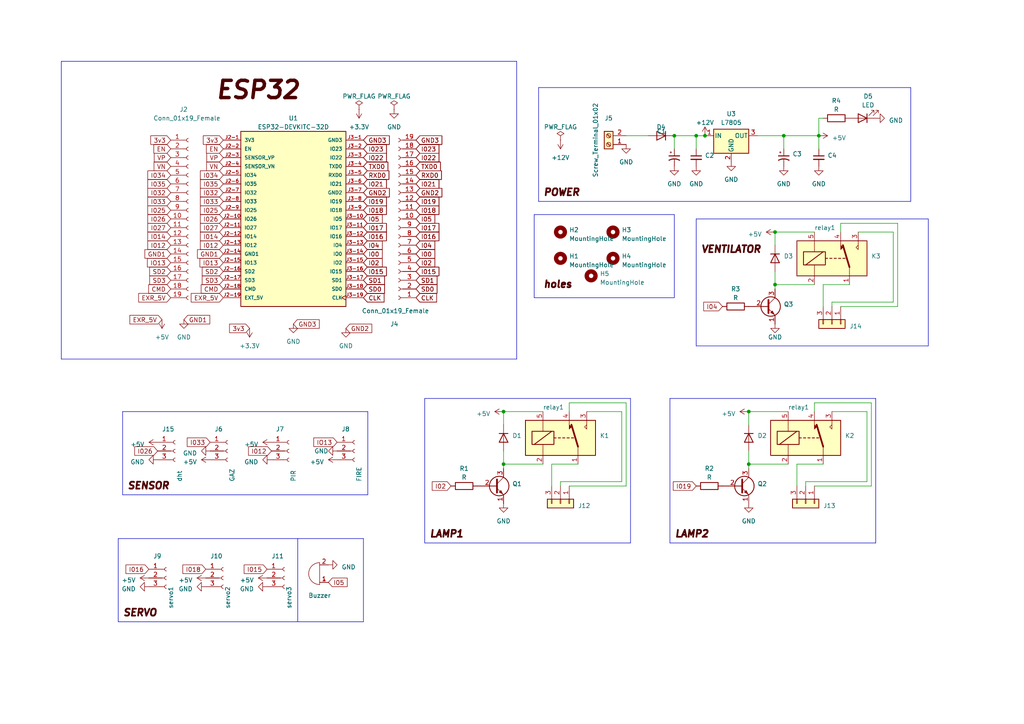
<source format=kicad_sch>
(kicad_sch (version 20221206) (generator eeschema)
  (paper "A4")
  (lib_symbols
    (symbol "Connector:Conn_01x03_Female" (pin_names (offset 1.016) hide)
      (property "Reference" "J" (at 0 5.08 0))
      (property "Value" "Conn_01x03_Female" (at 0 -5.08 0))
      (symbol "Conn_01x03_Female_1_1"
        (pin passive line (at -5.08 2.54 0) (length 3.81) (name "Pin_1") (number "1"))
        (pin passive line (at -5.08 0 0) (length 3.81) (name "Pin_2") (number "2"))
        (pin passive line (at -5.08 -2.54 0) (length 3.81) (name "Pin_3") (number "3"))
      )
    )
    (symbol "Connector:Conn_01x19_Female" (pin_names (offset 1.016) hide)
      (property "Reference" "J" (at 0 25.4 0))
      (property "Value" "Conn_01x19_Female" (at 0 -25.4 0))
      (symbol "Conn_01x19_Female_1_1"
        (pin passive line (at -5.08 22.86 0) (length 3.81) (name "Pin_1") (number "1"))
        (pin passive line (at -5.08 0 0) (length 3.81) (name "Pin_10") (number "10"))
        (pin passive line (at -5.08 -2.54 0) (length 3.81) (name "Pin_11") (number "11"))
        (pin passive line (at -5.08 -5.08 0) (length 3.81) (name "Pin_12") (number "12"))
        (pin passive line (at -5.08 -7.62 0) (length 3.81) (name "Pin_13") (number "13"))
        (pin passive line (at -5.08 -10.16 0) (length 3.81) (name "Pin_14") (number "14"))
        (pin passive line (at -5.08 -12.7 0) (length 3.81) (name "Pin_15") (number "15"))
        (pin passive line (at -5.08 -15.24 0) (length 3.81) (name "Pin_16") (number "16"))
        (pin passive line (at -5.08 -17.78 0) (length 3.81) (name "Pin_17") (number "17"))
        (pin passive line (at -5.08 -20.32 0) (length 3.81) (name "Pin_18") (number "18"))
        (pin passive line (at -5.08 -22.86 0) (length 3.81) (name "Pin_19") (number "19"))
        (pin passive line (at -5.08 20.32 0) (length 3.81) (name "Pin_2") (number "2"))
        (pin passive line (at -5.08 17.78 0) (length 3.81) (name "Pin_3") (number "3"))
        (pin passive line (at -5.08 15.24 0) (length 3.81) (name "Pin_4") (number "4"))
        (pin passive line (at -5.08 12.7 0) (length 3.81) (name "Pin_5") (number "5"))
        (pin passive line (at -5.08 10.16 0) (length 3.81) (name "Pin_6") (number "6"))
        (pin passive line (at -5.08 7.62 0) (length 3.81) (name "Pin_7") (number "7"))
        (pin passive line (at -5.08 5.08 0) (length 3.81) (name "Pin_8") (number "8"))
        (pin passive line (at -5.08 2.54 0) (length 3.81) (name "Pin_9") (number "9"))
      )
    )
    (symbol "Connector:Screw_Terminal_01x02" (pin_names (offset 1.016) hide)
      (property "Reference" "J" (at 0 2.54 0))
      (property "Value" "Screw_Terminal_01x02" (at 0 -5.08 0))
      (symbol "Screw_Terminal_01x02_1_1"
        (pin passive line (at -5.08 0 0) (length 3.81) (name "Pin_1") (number "1"))
        (pin passive line (at -5.08 -2.54 0) (length 3.81) (name "Pin_2") (number "2"))
      )
    )
    (symbol "Connector_Generic:Conn_01x03" (pin_names (offset 1.016) hide)
      (property "Reference" "J" (at 0 5.08 0))
      (property "Value" "Conn_01x03" (at 0 -5.08 0))
      (symbol "Conn_01x03_1_1"
        (pin passive line (at -5.08 2.54 0) (length 3.81) (name "Pin_1") (number "1"))
        (pin passive line (at -5.08 0 0) (length 3.81) (name "Pin_2") (number "2"))
        (pin passive line (at -5.08 -2.54 0) (length 3.81) (name "Pin_3") (number "3"))
      )
    )
    (symbol "Device:Buzzer" (pin_names (offset 0.0254) hide)
      (property "Reference" "BZ" (at 3.81 1.27 0))
      (property "Value" "Buzzer" (at 3.81 -1.27 0))
      (symbol "Buzzer_1_1"
        (pin passive line (at -2.54 2.54 0) (length 2.54) (name "-") (number "1"))
        (pin passive line (at -2.54 -2.54 0) (length 2.54) (name "+") (number "2"))
      )
    )
    (symbol "Device:C_Polarized_Small_US" (pin_numbers hide) (pin_names (offset 0.254) hide)
      (property "Reference" "C" (at 0.254 1.778 0))
      (property "Value" "C_Polarized_Small_US" (at 0.254 -2.032 0))
      (symbol "C_Polarized_Small_US_1_1"
        (pin passive line (at 0 2.54 270) (length 2.032) (name "~") (number "1"))
        (pin passive line (at 0 -2.54 90) (length 2.032) (name "~") (number "2"))
      )
    )
    (symbol "Device:C_Small" (pin_numbers hide) (pin_names (offset 0.254) hide)
      (property "Reference" "C" (at 0.254 1.778 0))
      (property "Value" "C_Small" (at 0.254 -2.032 0))
      (symbol "C_Small_1_1"
        (pin passive line (at 0 2.54 270) (length 2.032) (name "~") (number "1"))
        (pin passive line (at 0 -2.54 90) (length 2.032) (name "~") (number "2"))
      )
    )
    (symbol "Device:LED" (pin_numbers hide) (pin_names (offset 1.016) hide)
      (property "Reference" "D" (at 0 2.54 0))
      (property "Value" "LED" (at 0 -2.54 0))
      (symbol "LED_1_1"
        (pin passive line (at -3.81 0 0) (length 2.54) (name "K") (number "1"))
        (pin passive line (at 3.81 0 180) (length 2.54) (name "A") (number "2"))
      )
    )
    (symbol "Device:R" (pin_numbers hide) (pin_names (offset 0))
      (property "Reference" "R" (at 2.032 0 90))
      (property "Value" "R" (at 0 0 90))
      (symbol "R_1_1"
        (pin passive line (at 0 3.81 270) (length 1.27) (name "~") (number "1"))
        (pin passive line (at 0 -3.81 90) (length 1.27) (name "~") (number "2"))
      )
    )
    (symbol "Diode:1N4448" (pin_numbers hide) (pin_names hide)
      (property "Reference" "D" (at 0 2.54 0))
      (property "Value" "1N4448" (at 0 -2.54 0))
      (symbol "1N4448_1_1"
        (pin passive line (at -3.81 0 0) (length 2.54) (name "K") (number "1"))
        (pin passive line (at 3.81 0 180) (length 2.54) (name "A") (number "2"))
      )
    )
    (symbol "ESP32-DEVKITC-32D:ESP32-DEVKITC-32D" (pin_names (offset 1.016))
      (property "Reference" "U" (at -15.2572 26.0643 0))
      (property "Value" "ESP32-DEVKITC-32D" (at -15.2563 -27.9698 0))
      (symbol "ESP32-DEVKITC-32D_0_0"
        (pin power_in line (at -20.32 22.86 0) (length 5.08) (name "3V3") (number "J2-1"))
        (pin bidirectional line (at -20.32 0 0) (length 5.08) (name "IO26") (number "J2-10"))
        (pin bidirectional line (at -20.32 -2.54 0) (length 5.08) (name "IO27") (number "J2-11"))
        (pin bidirectional line (at -20.32 -5.08 0) (length 5.08) (name "IO14") (number "J2-12"))
        (pin bidirectional line (at -20.32 -7.62 0) (length 5.08) (name "IO12") (number "J2-13"))
        (pin power_in line (at -20.32 -10.16 0) (length 5.08) (name "GND1") (number "J2-14"))
        (pin bidirectional line (at -20.32 -12.7 0) (length 5.08) (name "IO13") (number "J2-15"))
        (pin bidirectional line (at -20.32 -15.24 0) (length 5.08) (name "SD2") (number "J2-16"))
        (pin bidirectional line (at -20.32 -17.78 0) (length 5.08) (name "SD3") (number "J2-17"))
        (pin bidirectional line (at -20.32 -20.32 0) (length 5.08) (name "CMD") (number "J2-18"))
        (pin power_in line (at -20.32 -22.86 0) (length 5.08) (name "EXT_5V") (number "J2-19"))
        (pin input line (at -20.32 20.32 0) (length 5.08) (name "EN") (number "J2-2"))
        (pin input line (at -20.32 17.78 0) (length 5.08) (name "SENSOR_VP") (number "J2-3"))
        (pin input line (at -20.32 15.24 0) (length 5.08) (name "SENSOR_VN") (number "J2-4"))
        (pin bidirectional line (at -20.32 12.7 0) (length 5.08) (name "IO34") (number "J2-5"))
        (pin bidirectional line (at -20.32 10.16 0) (length 5.08) (name "IO35") (number "J2-6"))
        (pin bidirectional line (at -20.32 7.62 0) (length 5.08) (name "IO32") (number "J2-7"))
        (pin bidirectional line (at -20.32 5.08 0) (length 5.08) (name "IO33") (number "J2-8"))
        (pin bidirectional line (at -20.32 2.54 0) (length 5.08) (name "IO25") (number "J2-9"))
        (pin power_in line (at 20.32 22.86 180) (length 5.08) (name "GND3") (number "J3-1"))
        (pin bidirectional line (at 20.32 0 180) (length 5.08) (name "IO5") (number "J3-10"))
        (pin bidirectional line (at 20.32 -2.54 180) (length 5.08) (name "IO17") (number "J3-11"))
        (pin bidirectional line (at 20.32 -5.08 180) (length 5.08) (name "IO16") (number "J3-12"))
        (pin bidirectional line (at 20.32 -7.62 180) (length 5.08) (name "IO4") (number "J3-13"))
        (pin bidirectional line (at 20.32 -10.16 180) (length 5.08) (name "IO0") (number "J3-14"))
        (pin bidirectional line (at 20.32 -12.7 180) (length 5.08) (name "IO2") (number "J3-15"))
        (pin bidirectional line (at 20.32 -15.24 180) (length 5.08) (name "IO15") (number "J3-16"))
        (pin bidirectional line (at 20.32 -17.78 180) (length 5.08) (name "SD1") (number "J3-17"))
        (pin bidirectional line (at 20.32 -20.32 180) (length 5.08) (name "SD0") (number "J3-18"))
        (pin input clock (at 20.32 -22.86 180) (length 5.08) (name "CLK") (number "J3-19"))
        (pin bidirectional line (at 20.32 20.32 180) (length 5.08) (name "IO23") (number "J3-2"))
        (pin bidirectional line (at 20.32 17.78 180) (length 5.08) (name "IO22") (number "J3-3"))
        (pin output line (at 20.32 15.24 180) (length 5.08) (name "TXD0") (number "J3-4"))
        (pin input line (at 20.32 12.7 180) (length 5.08) (name "RXD0") (number "J3-5"))
        (pin bidirectional line (at 20.32 10.16 180) (length 5.08) (name "IO21") (number "J3-6"))
        (pin power_in line (at 20.32 7.62 180) (length 5.08) (name "GND2") (number "J3-7"))
        (pin bidirectional line (at 20.32 5.08 180) (length 5.08) (name "IO19") (number "J3-8"))
        (pin bidirectional line (at 20.32 2.54 180) (length 5.08) (name "IO18") (number "J3-9"))
      )
    )
    (symbol "Mechanical:MountingHole" (pin_names (offset 1.016))
      (property "Reference" "H" (at 0 5.08 0))
      (property "Value" "MountingHole" (at 0 3.175 0))
    )
    (symbol "Regulator_Linear:L7805" (pin_names (offset 0.254))
      (property "Reference" "U" (at -3.81 3.175 0))
      (property "Value" "L7805" (at 0 3.175 0))
      (symbol "L7805_1_1"
        (pin power_in line (at -7.62 0 0) (length 2.54) (name "IN") (number "1"))
        (pin power_in line (at 0 -7.62 90) (length 2.54) (name "GND") (number "2"))
        (pin power_out line (at 7.62 0 180) (length 2.54) (name "OUT") (number "3"))
      )
    )
    (symbol "Relay:SANYOU_SRD_Form_C"
      (property "Reference" "K" (at 11.43 3.81 0))
      (property "Value" "SANYOU_SRD_Form_C" (at 11.43 1.27 0))
      (symbol "SANYOU_SRD_Form_C_1_1"
        (pin passive line (at 5.08 -7.62 90) (length 2.54) (name "~") (number "1"))
        (pin passive line (at -5.08 -7.62 90) (length 2.54) (name "~") (number "2"))
        (pin passive line (at 7.62 7.62 270) (length 2.54) (name "~") (number "3"))
        (pin passive line (at 2.54 7.62 270) (length 2.54) (name "~") (number "4"))
        (pin passive line (at -5.08 7.62 270) (length 2.54) (name "~") (number "5"))
      )
    )
    (symbol "Transistor_BJT:2N3904" (pin_names (offset 0) hide)
      (property "Reference" "Q" (at 5.08 1.905 0))
      (property "Value" "2N3904" (at 5.08 0 0))
      (symbol "2N3904_1_1"
        (pin passive line (at 2.54 -5.08 90) (length 2.54) (name "E") (number "1"))
        (pin passive line (at -5.08 0 0) (length 5.715) (name "B") (number "2"))
        (pin passive line (at 2.54 5.08 270) (length 2.54) (name "C") (number "3"))
      )
    )
    (symbol "power:+12V" (power) (pin_names (offset 0))
      (property "Value" "+12V" (at 0 3.556 0))
      (symbol "+12V_1_1"
        (pin power_in line (at 0 0 90) (length 0) hide (name "+12V") (number "1"))
      )
    )
    (symbol "power:+3.3V" (power) (pin_names (offset 0))
      (property "Value" "+3.3V" (at 0 3.556 0))
      (symbol "+3.3V_1_1"
        (pin power_in line (at 0 0 90) (length 0) hide (name "+3.3V") (number "1"))
      )
    )
    (symbol "power:+5V" (power) (pin_names (offset 0))
      (property "Value" "+5V" (at 0 3.556 0))
      (symbol "+5V_1_1"
        (pin power_in line (at 0 0 90) (length 0) hide (name "+5V") (number "1"))
      )
    )
    (symbol "power:GND" (power) (pin_names (offset 0))
      (property "Value" "GND" (at 0 -3.81 0))
      (symbol "GND_1_1"
        (pin power_in line (at 0 0 270) (length 0) hide (name "GND") (number "1"))
      )
    )
    (symbol "power:PWR_FLAG" (power) (pin_numbers hide) (pin_names (offset 0) hide)
      (property "Value" "PWR_FLAG" (at 0 3.81 0))
      (symbol "PWR_FLAG_0_0"
        (pin power_out line (at 0 0 90) (length 0) (name "pwr") (number "1"))
      )
    )
  )
  (junction (at 146.05 134.62))
  (junction (at 224.79 67.31))
  (junction (at 195.58 39.37))
  (junction (at 237.49 39.37))
  (junction (at 217.17 119.38))
  (junction (at 227.33 39.37))
  (junction (at 217.17 134.62))
  (junction (at 146.05 119.38))
  (junction (at 201.93 39.37))
  (junction (at 224.79 82.55))
  (junction (at 204.47 39.37))
  (wire (pts (xy 157.48 134.62) (xy 146.05 134.62)))
  (polyline (pts (xy 269.24 100.33) (xy 201.93 100.33)))
  (wire (pts (xy 227.33 43.18) (xy 227.33 39.37)))
  (wire (pts (xy 238.76 134.62) (xy 231.14 134.62)))
  (wire (pts (xy 248.92 67.31) (xy 259.08 67.31)))
  (wire (pts (xy 227.33 39.37) (xy 219.71 39.37)))
  (polyline (pts (xy 17.78 17.78) (xy 17.78 104.14)))
  (wire (pts (xy 181.61 39.37) (xy 187.96 39.37)))
  (wire (pts (xy 237.49 34.29) (xy 237.49 39.37)))
  (wire (pts (xy 238.76 34.29) (xy 237.49 34.29)))
  (polyline (pts (xy 264.16 25.4) (xy 264.16 58.42)))
  (wire (pts (xy 260.35 88.9) (xy 260.35 64.77)))
  (polyline (pts (xy 156.21 25.4) (xy 264.16 25.4)))
  (polyline (pts (xy 182.88 115.57) (xy 182.88 157.48)))
  (wire (pts (xy 236.22 116.84) (xy 236.22 119.38)))
  (polyline (pts (xy 35.56 119.38) (xy 106.68 119.38)))
  (wire (pts (xy 241.3 119.38) (xy 251.46 119.38)))
  (wire (pts (xy 181.61 140.97) (xy 181.61 116.84)))
  (polyline (pts (xy 86.36 156.21) (xy 86.36 180.34)))
  (wire (pts (xy 157.48 119.38) (xy 146.05 119.38)))
  (wire (pts (xy 252.73 140.97) (xy 252.73 116.84)))
  (wire (pts (xy 246.38 82.55) (xy 238.76 82.55)))
  (wire (pts (xy 224.79 67.31) (xy 224.79 71.12)))
  (wire (pts (xy 165.1 116.84) (xy 165.1 119.38)))
  (wire (pts (xy 228.6 119.38) (xy 217.17 119.38)))
  (polyline (pts (xy 195.58 62.23) (xy 195.58 86.36)))
  (polyline (pts (xy 254 115.57) (xy 254 157.48)))
  (wire (pts (xy 228.6 134.62) (xy 217.17 134.62)))
  (wire (pts (xy 252.73 116.84) (xy 236.22 116.84)))
  (polyline (pts (xy 195.58 86.36) (xy 154.94 86.36)))
  (wire (pts (xy 238.76 82.55) (xy 238.76 88.9)))
  (wire (pts (xy 170.18 119.38) (xy 180.34 119.38)))
  (wire (pts (xy 236.22 140.97) (xy 252.73 140.97)))
  (polyline (pts (xy 269.24 63.5) (xy 269.24 100.33)))
  (wire (pts (xy 146.05 134.62) (xy 146.05 135.89)))
  (wire (pts (xy 146.05 134.62) (xy 146.05 130.81)))
  (wire (pts (xy 237.49 39.37) (xy 227.33 39.37)))
  (wire (pts (xy 231.14 134.62) (xy 231.14 140.97)))
  (polyline (pts (xy 105.41 156.21) (xy 105.41 180.34)))
  (polyline (pts (xy 194.31 115.57) (xy 254 115.57)))
  (polyline (pts (xy 123.19 115.57) (xy 182.88 115.57)))
  (wire (pts (xy 241.3 87.63) (xy 241.3 88.9)))
  (wire (pts (xy 259.08 67.31) (xy 259.08 87.63)))
  (wire (pts (xy 201.93 39.37) (xy 201.93 43.18)))
  (wire (pts (xy 162.56 139.7) (xy 162.56 140.97)))
  (polyline (pts (xy 123.19 115.57) (xy 123.19 157.48)))
  (wire (pts (xy 146.05 119.38) (xy 146.05 123.19)))
  (polyline (pts (xy 106.68 119.38) (xy 106.68 143.51)))
  (wire (pts (xy 224.79 82.55) (xy 224.79 83.82)))
  (wire (pts (xy 243.84 64.77) (xy 243.84 67.31)))
  (polyline (pts (xy 156.21 58.42) (xy 156.21 25.4)))
  (wire (pts (xy 237.49 43.18) (xy 237.49 39.37)))
  (wire (pts (xy 181.61 116.84) (xy 165.1 116.84)))
  (polyline (pts (xy 254 157.48) (xy 194.31 157.48)))
  (wire (pts (xy 180.34 119.38) (xy 180.34 139.7)))
  (polyline (pts (xy 17.78 17.78) (xy 149.86 17.78)))
  (wire (pts (xy 180.34 139.7) (xy 162.56 139.7)))
  (polyline (pts (xy 106.68 143.51) (xy 35.56 143.51)))
  (wire (pts (xy 217.17 134.62) (xy 217.17 130.81)))
  (wire (pts (xy 160.02 134.62) (xy 160.02 140.97)))
  (polyline (pts (xy 182.88 157.48) (xy 123.19 157.48)))
  (wire (pts (xy 259.08 87.63) (xy 241.3 87.63)))
  (wire (pts (xy 165.1 140.97) (xy 181.61 140.97)))
  (polyline (pts (xy 194.31 115.57) (xy 194.31 157.48)))
  (polyline (pts (xy 34.29 156.21) (xy 105.41 156.21)))
  (polyline (pts (xy 201.93 63.5) (xy 201.93 100.33)))
  (wire (pts (xy 236.22 82.55) (xy 224.79 82.55)))
  (polyline (pts (xy 154.94 62.23) (xy 154.94 86.36)))
  (wire (pts (xy 260.35 64.77) (xy 243.84 64.77)))
  (wire (pts (xy 243.84 88.9) (xy 260.35 88.9)))
  (wire (pts (xy 217.17 119.38) (xy 217.17 123.19)))
  (polyline (pts (xy 154.94 62.23) (xy 195.58 62.23)))
  (polyline (pts (xy 201.93 63.5) (xy 269.24 63.5)))
  (wire (pts (xy 201.93 39.37) (xy 204.47 39.37)))
  (polyline (pts (xy 34.29 156.21) (xy 34.29 180.34)))
  (wire (pts (xy 167.64 134.62) (xy 160.02 134.62)))
  (wire (pts (xy 233.68 139.7) (xy 233.68 140.97)))
  (wire (pts (xy 251.46 139.7) (xy 233.68 139.7)))
  (wire (pts (xy 236.22 67.31) (xy 224.79 67.31)))
  (wire (pts (xy 195.58 39.37) (xy 195.58 43.18)))
  (polyline (pts (xy 149.86 17.78) (xy 149.86 104.14)))
  (wire (pts (xy 224.79 82.55) (xy 224.79 78.74)))
  (polyline (pts (xy 264.16 58.42) (xy 156.21 58.42)))
  (polyline (pts (xy 149.86 104.14) (xy 17.78 104.14)))
  (polyline (pts (xy 105.41 180.34) (xy 34.29 180.34)))
  (wire (pts (xy 251.46 119.38) (xy 251.46 139.7)))
  (wire (pts (xy 195.58 39.37) (xy 201.93 39.37)))
  (wire (pts (xy 217.17 134.62) (xy 217.17 135.89)))
  (polyline (pts (xy 35.56 119.38) (xy 35.56 143.51)))
  (text "SERVO" (at 35.56 179.07 0) (effects (font (size 2 2) (thickness 1) bold italic) (justify left bottom)))
  (text "LAMP2" (at 195.58 156.21 0) (effects (font (size 2 2) (thickness 1) bold italic) (justify left bottom)))
  (text "POWER" (at 157.48 57.15 0) (effects (font (size 2 2) (thickness 1) bold italic) (justify left bottom)))
  (text "VENTILATOR" (at 203.2 73.66 0) (effects (font (size 2 2) (thickness 1) bold italic) (justify left bottom)))
  (text "ESP32" (at 62.23 29.21 0) (effects (font (size 5 5) (thickness 1) bold italic) (justify left bottom)))
  (text "LAMP1" (at 124.46 156.21 0) (effects (font (size 2 2) (thickness 1) bold italic) (justify left bottom)))
  (text "holes" (at 157.48 83.82 0) (effects (font (size 2 2) (thickness 1) bold italic) (justify left bottom)))
  (text "SENSOR" (at 36.83 142.24 0) (effects (font (size 2 2) (thickness 1) bold italic) (justify left bottom)))
  (global_label "GND2" (shape input) (at 105.41 55.88 0) (property "Intersheetrefs" "${INTERSHEET_REFS}" (effects hide)))
  (global_label "I04" (shape input) (at 105.41 71.12 0) (property "Intersheetrefs" "${INTERSHEET_REFS}" (effects hide)))
  (global_label "IO13" (shape input) (at 49.53 76.2 180) (property "Intersheetrefs" "${INTERSHEET_REFS}" (effects hide)))
  (global_label "RXD0" (shape input) (at 105.41 50.8 0) (property "Intersheetrefs" "${INTERSHEET_REFS}" (effects hide)))
  (global_label "3v3" (shape input) (at 49.53 40.64 180) (property "Intersheetrefs" "${INTERSHEET_REFS}" (effects hide)))
  (global_label "I017" (shape input) (at 105.41 66.04 0) (property "Intersheetrefs" "${INTERSHEET_REFS}" (effects hide)))
  (global_label "SD2" (shape input) (at 64.77 78.74 180) (property "Intersheetrefs" "${INTERSHEET_REFS}" (effects hide)))
  (global_label "TXD0" (shape input) (at 120.65 48.26 0) (property "Intersheetrefs" "${INTERSHEET_REFS}" (effects hide)))
  (global_label "I034" (shape input) (at 49.53 50.8 180) (property "Intersheetrefs" "${INTERSHEET_REFS}" (effects hide)))
  (global_label "I018" (shape input) (at 59.69 165.1 180) (property "Intersheetrefs" "${INTERSHEET_REFS}" (effects hide)))
  (global_label "I019" (shape input) (at 201.93 140.97 180) (property "Intersheetrefs" "${INTERSHEET_REFS}" (effects hide)))
  (global_label "CMD" (shape input) (at 49.53 83.82 180) (property "Intersheetrefs" "${INTERSHEET_REFS}" (effects hide)))
  (global_label "I021" (shape input) (at 105.41 53.34 0) (property "Intersheetrefs" "${INTERSHEET_REFS}" (effects hide)))
  (global_label "I014" (shape input) (at 64.77 68.58 180) (property "Intersheetrefs" "${INTERSHEET_REFS}" (effects hide)))
  (global_label "I05" (shape input) (at 120.65 63.5 0) (property "Intersheetrefs" "${INTERSHEET_REFS}" (effects hide)))
  (global_label "RXD0" (shape input) (at 120.65 50.8 0) (property "Intersheetrefs" "${INTERSHEET_REFS}" (effects hide)))
  (global_label "I021" (shape input) (at 120.65 53.34 0) (property "Intersheetrefs" "${INTERSHEET_REFS}" (effects hide)))
  (global_label "GND3" (shape input) (at 105.41 40.64 0) (property "Intersheetrefs" "${INTERSHEET_REFS}" (effects hide)))
  (global_label "I012" (shape input) (at 78.74 130.81 180) (property "Intersheetrefs" "${INTERSHEET_REFS}" (effects hide)))
  (global_label "CLK" (shape input) (at 105.41 86.36 0) (property "Intersheetrefs" "${INTERSHEET_REFS}" (effects hide)))
  (global_label "I018" (shape input) (at 105.41 60.96 0) (property "Intersheetrefs" "${INTERSHEET_REFS}" (effects hide)))
  (global_label "RXD0" (shape input) (at 105.41 50.8 0) (property "Intersheetrefs" "${INTERSHEET_REFS}" (effects hide)))
  (global_label "I02" (shape input) (at 130.81 140.97 180) (property "Intersheetrefs" "${INTERSHEET_REFS}" (effects hide)))
  (global_label "I023" (shape input) (at 105.41 43.18 0) (property "Intersheetrefs" "${INTERSHEET_REFS}" (effects hide)))
  (global_label "TXD0" (shape input) (at 105.41 48.26 0) (property "Intersheetrefs" "${INTERSHEET_REFS}" (effects hide)))
  (global_label "I015" (shape input) (at 120.65 78.74 0) (property "Intersheetrefs" "${INTERSHEET_REFS}" (effects hide)))
  (global_label "TXD0" (shape input) (at 120.65 48.26 0) (property "Intersheetrefs" "${INTERSHEET_REFS}" (effects hide)))
  (global_label "I021" (shape input) (at 120.65 53.34 0) (property "Intersheetrefs" "${INTERSHEET_REFS}" (effects hide)))
  (global_label "I032" (shape input) (at 49.53 55.88 180) (property "Intersheetrefs" "${INTERSHEET_REFS}" (effects hide)))
  (global_label "I016" (shape input) (at 43.18 165.1 180) (property "Intersheetrefs" "${INTERSHEET_REFS}" (effects hide)))
  (global_label "I021" (shape input) (at 105.41 53.34 0) (property "Intersheetrefs" "${INTERSHEET_REFS}" (effects hide)))
  (global_label "SD1" (shape input) (at 120.65 81.28 0) (property "Intersheetrefs" "${INTERSHEET_REFS}" (effects hide)))
  (global_label "I025" (shape input) (at 49.53 60.96 180) (property "Intersheetrefs" "${INTERSHEET_REFS}" (effects hide)))
  (global_label "VP" (shape input) (at 64.77 45.72 180) (property "Intersheetrefs" "${INTERSHEET_REFS}" (effects hide)))
  (global_label "SD2" (shape input) (at 49.53 78.74 180) (property "Intersheetrefs" "${INTERSHEET_REFS}" (effects hide)))
  (global_label "VP" (shape input) (at 49.53 45.72 180) (property "Intersheetrefs" "${INTERSHEET_REFS}" (effects hide)))
  (global_label "RXD0" (shape input) (at 120.65 50.8 0) (property "Intersheetrefs" "${INTERSHEET_REFS}" (effects hide)))
  (global_label "I014" (shape input) (at 49.53 68.58 180) (property "Intersheetrefs" "${INTERSHEET_REFS}" (effects hide)))
  (global_label "I018" (shape input) (at 120.65 60.96 0) (property "Intersheetrefs" "${INTERSHEET_REFS}" (effects hide)))
  (global_label "I027" (shape input) (at 64.77 66.04 180) (property "Intersheetrefs" "${INTERSHEET_REFS}" (effects hide)))
  (global_label "I05" (shape input) (at 105.41 63.5 0) (property "Intersheetrefs" "${INTERSHEET_REFS}" (effects hide)))
  (global_label "CLK" (shape input) (at 120.65 86.36 0) (property "Intersheetrefs" "${INTERSHEET_REFS}" (effects hide)))
  (global_label "I034" (shape input) (at 64.77 50.8 180) (property "Intersheetrefs" "${INTERSHEET_REFS}" (effects hide)))
  (global_label "I033" (shape input) (at 60.96 128.27 180) (property "Intersheetrefs" "${INTERSHEET_REFS}" (effects hide)))
  (global_label "EXR_5V" (shape input) (at 64.77 86.36 180) (property "Intersheetrefs" "${INTERSHEET_REFS}" (effects hide)))
  (global_label "SD1" (shape input) (at 105.41 81.28 0) (property "Intersheetrefs" "${INTERSHEET_REFS}" (effects hide)))
  (global_label "SD0" (shape input) (at 120.65 83.82 0) (property "Intersheetrefs" "${INTERSHEET_REFS}" (effects hide)))
  (global_label "I033" (shape input) (at 64.77 58.42 180) (property "Intersheetrefs" "${INTERSHEET_REFS}" (effects hide)))
  (global_label "CLK" (shape input) (at 120.65 86.36 0) (property "Intersheetrefs" "${INTERSHEET_REFS}" (effects hide)))
  (global_label "I00" (shape input) (at 105.41 73.66 0) (property "Intersheetrefs" "${INTERSHEET_REFS}" (effects hide)))
  (global_label "I04" (shape input) (at 209.55 88.9 180) (property "Intersheetrefs" "${INTERSHEET_REFS}" (effects hide)))
  (global_label "IO13" (shape input) (at 64.77 76.2 180) (property "Intersheetrefs" "${INTERSHEET_REFS}" (effects hide)))
  (global_label "I022" (shape input) (at 120.65 45.72 0) (property "Intersheetrefs" "${INTERSHEET_REFS}" (effects hide)))
  (global_label "GND2" (shape input) (at 100.33 95.25 0) (property "Intersheetrefs" "${INTERSHEET_REFS}" (effects hide)))
  (global_label "GND1" (shape input) (at 64.77 73.66 180) (property "Intersheetrefs" "${INTERSHEET_REFS}" (effects hide)))
  (global_label "I015" (shape input) (at 105.41 78.74 0) (property "Intersheetrefs" "${INTERSHEET_REFS}" (effects hide)))
  (global_label "I00" (shape input) (at 120.65 73.66 0) (property "Intersheetrefs" "${INTERSHEET_REFS}" (effects hide)))
  (global_label "EN" (shape input) (at 49.53 43.18 180) (property "Intersheetrefs" "${INTERSHEET_REFS}" (effects hide)))
  (global_label "GND3" (shape input) (at 85.09 93.98 0) (property "Intersheetrefs" "${INTERSHEET_REFS}" (effects hide)))
  (global_label "I018" (shape input) (at 120.65 60.96 0) (property "Intersheetrefs" "${INTERSHEET_REFS}" (effects hide)))
  (global_label "3v3" (shape input) (at 72.39 95.25 180) (property "Intersheetrefs" "${INTERSHEET_REFS}" (effects hide)))
  (global_label "I015" (shape input) (at 120.65 78.74 0) (property "Intersheetrefs" "${INTERSHEET_REFS}" (effects hide)))
  (global_label "I026" (shape input) (at 49.53 63.5 180) (property "Intersheetrefs" "${INTERSHEET_REFS}" (effects hide)))
  (global_label "I012" (shape input) (at 64.77 71.12 180) (property "Intersheetrefs" "${INTERSHEET_REFS}" (effects hide)))
  (global_label "I05" (shape input) (at 95.25 168.91 0) (property "Intersheetrefs" "${INTERSHEET_REFS}" (effects hide)))
  (global_label "VN" (shape input) (at 49.53 48.26 180) (property "Intersheetrefs" "${INTERSHEET_REFS}" (effects hide)))
  (global_label "EXR_5V" (shape input) (at 46.99 92.71 180) (property "Intersheetrefs" "${INTERSHEET_REFS}" (effects hide)))
  (global_label "I025" (shape input) (at 64.77 60.96 180) (property "Intersheetrefs" "${INTERSHEET_REFS}" (effects hide)))
  (global_label "I04" (shape input) (at 120.65 71.12 0) (property "Intersheetrefs" "${INTERSHEET_REFS}" (effects hide)))
  (global_label "I016" (shape input) (at 120.65 68.58 0) (property "Intersheetrefs" "${INTERSHEET_REFS}" (effects hide)))
  (global_label "I00" (shape input) (at 105.41 73.66 0) (property "Intersheetrefs" "${INTERSHEET_REFS}" (effects hide)))
  (global_label "I015" (shape input) (at 105.41 78.74 0) (property "Intersheetrefs" "${INTERSHEET_REFS}" (effects hide)))
  (global_label "SD1" (shape input) (at 105.41 81.28 0) (property "Intersheetrefs" "${INTERSHEET_REFS}" (effects hide)))
  (global_label "I04" (shape input) (at 105.41 71.12 0) (property "Intersheetrefs" "${INTERSHEET_REFS}" (effects hide)))
  (global_label "I022" (shape input) (at 105.41 45.72 0) (property "Intersheetrefs" "${INTERSHEET_REFS}" (effects hide)))
  (global_label "SD1" (shape input) (at 120.65 81.28 0) (property "Intersheetrefs" "${INTERSHEET_REFS}" (effects hide)))
  (global_label "I035" (shape input) (at 49.53 53.34 180) (property "Intersheetrefs" "${INTERSHEET_REFS}" (effects hide)))
  (global_label "I05" (shape input) (at 105.41 63.5 0) (property "Intersheetrefs" "${INTERSHEET_REFS}" (effects hide)))
  (global_label "I00" (shape input) (at 120.65 73.66 0) (property "Intersheetrefs" "${INTERSHEET_REFS}" (effects hide)))
  (global_label "GND3" (shape input) (at 105.41 40.64 0) (property "Intersheetrefs" "${INTERSHEET_REFS}" (effects hide)))
  (global_label "I02" (shape input) (at 120.65 76.2 0) (property "Intersheetrefs" "${INTERSHEET_REFS}" (effects hide)))
  (global_label "GND3" (shape input) (at 120.65 40.64 0) (property "Intersheetrefs" "${INTERSHEET_REFS}" (effects hide)))
  (global_label "I04" (shape input) (at 120.65 71.12 0) (property "Intersheetrefs" "${INTERSHEET_REFS}" (effects hide)))
  (global_label "TXD0" (shape input) (at 105.41 48.26 0) (property "Intersheetrefs" "${INTERSHEET_REFS}" (effects hide)))
  (global_label "GND2" (shape input) (at 105.41 55.88 0) (property "Intersheetrefs" "${INTERSHEET_REFS}" (effects hide)))
  (global_label "EN" (shape input) (at 64.77 43.18 180) (property "Intersheetrefs" "${INTERSHEET_REFS}" (effects hide)))
  (global_label "I027" (shape input) (at 49.53 66.04 180) (property "Intersheetrefs" "${INTERSHEET_REFS}" (effects hide)))
  (global_label "I018" (shape input) (at 105.41 60.96 0) (property "Intersheetrefs" "${INTERSHEET_REFS}" (effects hide)))
  (global_label "I02" (shape input) (at 120.65 76.2 0) (property "Intersheetrefs" "${INTERSHEET_REFS}" (effects hide)))
  (global_label "EXR_5V" (shape input) (at 49.53 86.36 180) (property "Intersheetrefs" "${INTERSHEET_REFS}" (effects hide)))
  (global_label "I017" (shape input) (at 105.41 66.04 0) (property "Intersheetrefs" "${INTERSHEET_REFS}" (effects hide)))
  (global_label "SD3" (shape input) (at 49.53 81.28 180) (property "Intersheetrefs" "${INTERSHEET_REFS}" (effects hide)))
  (global_label "I022" (shape input) (at 120.65 45.72 0) (property "Intersheetrefs" "${INTERSHEET_REFS}" (effects hide)))
  (global_label "I012" (shape input) (at 49.53 71.12 180) (property "Intersheetrefs" "${INTERSHEET_REFS}" (effects hide)))
  (global_label "CLK" (shape input) (at 105.41 86.36 0) (property "Intersheetrefs" "${INTERSHEET_REFS}" (effects hide)))
  (global_label "I026" (shape input) (at 45.72 130.81 180) (property "Intersheetrefs" "${INTERSHEET_REFS}" (effects hide)))
  (global_label "SD0" (shape input) (at 105.41 83.82 0) (property "Intersheetrefs" "${INTERSHEET_REFS}" (effects hide)))
  (global_label "I032" (shape input) (at 64.77 55.88 180) (property "Intersheetrefs" "${INTERSHEET_REFS}" (effects hide)))
  (global_label "I035" (shape input) (at 64.77 53.34 180) (property "Intersheetrefs" "${INTERSHEET_REFS}" (effects hide)))
  (global_label "SD0" (shape input) (at 105.41 83.82 0) (property "Intersheetrefs" "${INTERSHEET_REFS}" (effects hide)))
  (global_label "GND2" (shape input) (at 120.65 55.88 0) (property "Intersheetrefs" "${INTERSHEET_REFS}" (effects hide)))
  (global_label "I022" (shape input) (at 105.41 45.72 0) (property "Intersheetrefs" "${INTERSHEET_REFS}" (effects hide)))
  (global_label "I016" (shape input) (at 120.65 68.58 0) (property "Intersheetrefs" "${INTERSHEET_REFS}" (effects hide)))
  (global_label "GND1" (shape input) (at 49.53 73.66 180) (property "Intersheetrefs" "${INTERSHEET_REFS}" (effects hide)))
  (global_label "SD3" (shape input) (at 64.77 81.28 180) (property "Intersheetrefs" "${INTERSHEET_REFS}" (effects hide)))
  (global_label "I016" (shape input) (at 105.41 68.58 0) (property "Intersheetrefs" "${INTERSHEET_REFS}" (effects hide)))
  (global_label "CMD" (shape input) (at 64.77 83.82 180) (property "Intersheetrefs" "${INTERSHEET_REFS}" (effects hide)))
  (global_label "I023" (shape input) (at 105.41 43.18 0) (property "Intersheetrefs" "${INTERSHEET_REFS}" (effects hide)))
  (global_label "I015" (shape input) (at 77.47 165.1 180) (property "Intersheetrefs" "${INTERSHEET_REFS}" (effects hide)))
  (global_label "I016" (shape input) (at 105.41 68.58 0) (property "Intersheetrefs" "${INTERSHEET_REFS}" (effects hide)))
  (global_label "I019" (shape input) (at 120.65 58.42 0) (property "Intersheetrefs" "${INTERSHEET_REFS}" (effects hide)))
  (global_label "SD0" (shape input) (at 120.65 83.82 0) (property "Intersheetrefs" "${INTERSHEET_REFS}" (effects hide)))
  (global_label "I019" (shape input) (at 120.65 58.42 0) (property "Intersheetrefs" "${INTERSHEET_REFS}" (effects hide)))
  (global_label "I019" (shape input) (at 105.41 58.42 0) (property "Intersheetrefs" "${INTERSHEET_REFS}" (effects hide)))
  (global_label "I017" (shape input) (at 120.65 66.04 0) (property "Intersheetrefs" "${INTERSHEET_REFS}" (effects hide)))
  (global_label "GND2" (shape input) (at 120.65 55.88 0) (property "Intersheetrefs" "${INTERSHEET_REFS}" (effects hide)))
  (global_label "I02" (shape input) (at 105.41 76.2 0) (property "Intersheetrefs" "${INTERSHEET_REFS}" (effects hide)))
  (global_label "IO13" (shape input) (at 97.79 128.27 180) (property "Intersheetrefs" "${INTERSHEET_REFS}" (effects hide)))
  (global_label "GND1" (shape input) (at 53.34 92.71 0) (property "Intersheetrefs" "${INTERSHEET_REFS}" (effects hide)))
  (global_label "I019" (shape input) (at 105.41 58.42 0) (property "Intersheetrefs" "${INTERSHEET_REFS}" (effects hide)))
  (global_label "I033" (shape input) (at 49.53 58.42 180) (property "Intersheetrefs" "${INTERSHEET_REFS}" (effects hide)))
  (global_label "I023" (shape input) (at 120.65 43.18 0) (property "Intersheetrefs" "${INTERSHEET_REFS}" (effects hide)))
  (global_label "VN" (shape input) (at 64.77 48.26 180) (property "Intersheetrefs" "${INTERSHEET_REFS}" (effects hide)))
  (global_label "3v3" (shape input) (at 64.77 40.64 180) (property "Intersheetrefs" "${INTERSHEET_REFS}" (effects hide)))
  (global_label "I026" (shape input) (at 64.77 63.5 180) (property "Intersheetrefs" "${INTERSHEET_REFS}" (effects hide)))
  (global_label "I023" (shape input) (at 120.65 43.18 0) (property "Intersheetrefs" "${INTERSHEET_REFS}" (effects hide)))
  (global_label "I017" (shape input) (at 120.65 66.04 0) (property "Intersheetrefs" "${INTERSHEET_REFS}" (effects hide)))
  (global_label "GND3" (shape input) (at 120.65 40.64 0) (property "Intersheetrefs" "${INTERSHEET_REFS}" (effects hide)))
  (global_label "I05" (shape input) (at 120.65 63.5 0) (property "Intersheetrefs" "${INTERSHEET_REFS}" (effects hide)))
  (global_label "I02" (shape input) (at 105.41 76.2 0) (property "Intersheetrefs" "${INTERSHEET_REFS}" (effects hide)))
  (symbol (lib_id "Device:R") (at 213.36 88.9 90) (unit 1)
    (property "Reference" "R3" (at 213.36 83.82 90))
    (property "Value" "R" (at 213.36 86.36 90))
    (property "Footprint" "Resistor_THT:R_Axial_DIN0207_L6.3mm_D2.5mm_P7.62mm_Horizontal" (effects hide))
  )
  (symbol (lib_id "power:GND") (at 254 34.29 90) (unit 1)
    (property "Reference" "#PWR0134" (effects hide))
    (property "Value" "GND" (at 257.81 34.925 90) (effects (justify right)))
  )
  (symbol (lib_id "power:PWR_FLAG") (at 114.3 31.75 0) (unit 1)
    (property "Reference" "#FLG0102" (effects hide))
    (property "Value" "PWR_FLAG" (at 114.3 27.94 0))
  )
  (symbol (lib_id "power:+5V") (at 77.47 167.64 90) (unit 1)
    (property "Reference" "#PWR0124" (effects hide))
    (property "Value" "+5V" (at 73.66 168.275 90) (effects (justify left)))
  )
  (symbol (lib_id "Device:C_Polarized_Small_US") (at 227.33 45.72 0) (unit 1)
    (property "Reference" "C3" (at 229.87 44.6532 0) (effects (justify left)))
    (property "Value" "C_Polarized_Small_US" (effects hide))
    (property "Footprint" "Capacitor_THT:CP_Radial_D8.0mm_P3.50mm" (effects hide))
  )
  (symbol (lib_id "power:GND") (at 45.72 133.35 270) (unit 1)
    (property "Reference" "#PWR0117" (effects hide))
    (property "Value" "GND" (at 41.91 133.985 90) (effects (justify right)))
  )
  (symbol (lib_id "Connector:Conn_01x03_Female") (at 66.04 130.81 0) (unit 1)
    (property "Reference" "J6" (at 62.23 124.46 0) (effects (justify left)))
    (property "Value" "GAZ" (at 67.31 139.7 90) (effects (justify left)))
    (property "Footprint" "Connector_PinSocket_2.54mm:PinSocket_1x03_P2.54mm_Vertical" (effects hide))
  )
  (symbol (lib_id "Device:C_Small") (at 201.93 45.72 0) (unit 1)
    (property "Reference" "C2" (at 204.47 45.0913 0) (effects (justify left)))
    (property "Value" "C_Small" (effects hide))
    (property "Footprint" "Capacitor_THT:C_Disc_D4.7mm_W2.5mm_P5.00mm" (effects hide))
  )
  (symbol (lib_id "power:+5V") (at 217.17 119.38 90) (unit 1)
    (property "Reference" "#PWR0128" (effects hide))
    (property "Value" "+5V" (at 213.36 120.015 90) (effects (justify left)))
  )
  (symbol (lib_id "power:+5V") (at 60.96 133.35 90) (unit 1)
    (property "Reference" "#PWR0113" (effects hide))
    (property "Value" "+5V" (at 57.15 133.985 90) (effects (justify left)))
  )
  (symbol (lib_id "Mechanical:MountingHole") (at 162.56 67.31 0) (unit 1)
    (property "Reference" "H2" (at 165.1 66.675 0) (effects (justify left)))
    (property "Value" "MountingHole" (at 165.1 69.215 0) (effects (justify left)))
    (property "Footprint" "MountingHole:MountingHole_2.5mm_Pad_TopBottom" (effects hide))
  )
  (symbol (lib_id "power:+3.3V") (at 104.14 31.75 180) (unit 1)
    (property "Reference" "#PWR0106" (effects hide))
    (property "Value" "+3.3V" (at 104.14 36.83 0))
  )
  (symbol (lib_id "Connector_Generic:Conn_01x03") (at 241.3 93.98 270) (unit 1)
    (property "Reference" "J14" (at 246.38 94.615 90) (effects (justify left)))
    (property "Value" "Conn_01x03" (effects hide))
    (property "Footprint" "TerminalBlock_Phoenix:TerminalBlock_Phoenix_MKDS-1,5-3-5.08_1x03_P5.08mm_Horizontal" (effects hide))
  )
  (symbol (lib_id "power:GND") (at 201.93 48.26 0) (unit 1)
    (property "Reference" "#PWR0132" (effects hide))
    (property "Value" "GND" (at 201.93 53.34 0))
  )
  (symbol (lib_id "Diode:1N4448") (at 217.17 127 270) (unit 1)
    (property "Reference" "D2" (at 219.71 126.365 90) (effects (justify left)))
    (property "Value" "1N4448" (effects hide))
    (property "Footprint" "Diode_THT:D_DO-35_SOD27_P7.62mm_Horizontal" (effects hide))
    (property "Datasheet" "https://assets.nexperia.com/documents/data-sheet/1N4148_1N4448.pdf" (effects hide))
  )
  (symbol (lib_id "power:GND") (at 85.09 93.98 0) (unit 1)
    (property "Reference" "#PWR0103" (effects hide))
    (property "Value" "GND" (at 85.09 99.06 0))
  )
  (symbol (lib_id "power:GND") (at 237.49 48.26 0) (unit 1)
    (property "Reference" "#PWR0137" (effects hide))
    (property "Value" "GND" (at 237.49 53.34 0))
  )
  (symbol (lib_id "Device:R") (at 205.74 140.97 90) (unit 1)
    (property "Reference" "R2" (at 205.74 135.89 90))
    (property "Value" "R" (at 205.74 138.43 90))
    (property "Footprint" "Resistor_THT:R_Axial_DIN0207_L6.3mm_D2.5mm_P7.62mm_Horizontal" (effects hide))
  )
  (symbol (lib_id "Device:R") (at 134.62 140.97 90) (unit 1)
    (property "Reference" "R1" (at 134.62 135.89 90))
    (property "Value" "R" (at 134.62 138.43 90))
    (property "Footprint" "Resistor_THT:R_Axial_DIN0207_L6.3mm_D2.5mm_P7.62mm_Horizontal" (effects hide))
  )
  (symbol (lib_id "Device:LED") (at 250.19 34.29 180) (unit 1)
    (property "Reference" "D5" (at 251.7775 27.94 0))
    (property "Value" "LED" (at 251.7775 30.48 0))
    (property "Footprint" "LED_THT:LED_D4.0mm" (effects hide))
  )
  (symbol (lib_id "Mechanical:MountingHole") (at 177.8 67.31 0) (unit 1)
    (property "Reference" "H3" (at 180.34 66.675 0) (effects (justify left)))
    (property "Value" "MountingHole" (at 180.34 69.215 0) (effects (justify left)))
    (property "Footprint" "MountingHole:MountingHole_2.5mm_Pad_TopBottom" (effects hide))
  )
  (symbol (lib_id "Device:C_Small") (at 237.49 45.72 0) (unit 1)
    (property "Reference" "C4" (at 240.03 45.0913 0) (effects (justify left)))
    (property "Value" "C_Small" (effects hide))
    (property "Footprint" "Capacitor_THT:C_Disc_D4.7mm_W2.5mm_P5.00mm" (effects hide))
  )
  (symbol (lib_id "power:GND") (at 146.05 146.05 0) (unit 1)
    (property "Reference" "#PWR0126" (effects hide))
    (property "Value" "GND" (at 146.05 151.13 0))
  )
  (symbol (lib_id "Relay:SANYOU_SRD_Form_C") (at 162.56 127 0) (unit 1)
    (property "Reference" "K1" (at 173.99 126.365 0) (effects (justify left)))
    (property "Value" "relay1" (at 157.48 118.11 0) (effects (justify left)))
    (property "Footprint" "Relay_THT:Relay_SPDT_SANYOU_SRD_Series_Form_C" (effects hide))
    (property "Datasheet" "http://www.sanyourelay.ca/public/products/pdf/SRD.pdf" (effects hide))
  )
  (symbol (lib_id "Relay:SANYOU_SRD_Form_C") (at 233.68 127 0) (unit 1)
    (property "Reference" "K2" (at 245.11 126.365 0) (effects (justify left)))
    (property "Value" "relay1" (at 228.6 118.11 0) (effects (justify left)))
    (property "Footprint" "Relay_THT:Relay_SPDT_SANYOU_SRD_Series_Form_C" (effects hide))
    (property "Datasheet" "http://www.sanyourelay.ca/public/products/pdf/SRD.pdf" (effects hide))
  )
  (symbol (lib_id "power:GND") (at 227.33 48.26 0) (unit 1)
    (property "Reference" "#PWR0138" (effects hide))
    (property "Value" "GND" (at 227.33 53.34 0))
  )
  (symbol (lib_id "Connector:Conn_01x03_Female") (at 102.87 130.81 0) (unit 1)
    (property "Reference" "J8" (at 99.06 124.46 0) (effects (justify left)))
    (property "Value" "FIRE" (at 104.14 139.7 90) (effects (justify left)))
    (property "Footprint" "Connector_PinSocket_2.54mm:PinSocket_1x03_P2.54mm_Vertical" (effects hide))
  )
  (symbol (lib_id "power:+5V") (at 224.79 67.31 90) (unit 1)
    (property "Reference" "#PWR0110" (effects hide))
    (property "Value" "+5V" (at 220.98 67.945 90) (effects (justify left)))
  )
  (symbol (lib_id "Transistor_BJT:2N3904") (at 214.63 140.97 0) (unit 1)
    (property "Reference" "Q2" (at 219.71 140.335 0) (effects (justify left)))
    (property "Value" "2N3904" (effects hide))
    (property "Footprint" "Package_TO_SOT_THT:TO-92_Inline" (effects hide))
    (property "Datasheet" "https://www.onsemi.com/pub/Collateral/2N3903-D.PDF" (effects hide))
  )
  (symbol (lib_id "power:GND") (at 53.34 92.71 0) (unit 1)
    (property "Reference" "#PWR0101" (effects hide))
    (property "Value" "GND" (at 53.34 97.79 0))
  )
  (symbol (lib_id "power:GND") (at 43.18 170.18 270) (unit 1)
    (property "Reference" "#PWR0119" (effects hide))
    (property "Value" "GND" (at 39.37 170.815 90) (effects (justify right)))
  )
  (symbol (lib_id "power:GND") (at 212.09 46.99 0) (unit 1)
    (property "Reference" "#PWR0135" (effects hide))
    (property "Value" "GND" (at 212.09 52.07 0))
  )
  (symbol (lib_id "Regulator_Linear:L7805") (at 212.09 39.37 0) (unit 1)
    (property "Reference" "U3" (at 212.09 33.02 0))
    (property "Value" "L7805" (at 212.09 35.56 0))
    (property "Footprint" "Package_TO_SOT_THT:TO-220-3_Vertical" (effects hide))
    (property "Datasheet" "http://www.st.com/content/ccc/resource/technical/document/datasheet/41/4f/b3/b0/12/d4/47/88/CD00000444.pdf/files/CD00000444.pdf/jcr:content/translations/en.CD00000444.pdf" (effects hide))
  )
  (symbol (lib_id "power:GND") (at 95.25 163.83 90) (unit 1)
    (property "Reference" "#PWR0125" (effects hide))
    (property "Value" "GND" (at 99.06 164.465 90) (effects (justify right)))
  )
  (symbol (lib_id "Mechanical:MountingHole") (at 171.45 80.01 0) (unit 1)
    (property "Reference" "H5" (at 173.99 79.375 0) (effects (justify left)))
    (property "Value" "MountingHole" (at 173.99 81.915 0) (effects (justify left)))
    (property "Footprint" "MountingHole:MountingHole_2.5mm_Pad_TopBottom" (effects hide))
  )
  (symbol (lib_id "power:GND") (at 97.79 130.81 270) (unit 1)
    (property "Reference" "#PWR0115" (effects hide))
    (property "Value" "GND" (at 95.25 130.81 90) (effects (justify right)))
  )
  (symbol (lib_id "power:+5V") (at 97.79 133.35 90) (unit 1)
    (property "Reference" "#PWR0116" (effects hide))
    (property "Value" "+5V" (at 93.98 133.985 90) (effects (justify left)))
  )
  (symbol (lib_id "Connector:Conn_01x19_Female") (at 115.57 63.5 180) (unit 1)
    (property "Reference" "J4" (at 115.57 93.98 0) (effects (justify left)))
    (property "Value" "Conn_01x19_Female" (at 124.46 90.17 0) (effects (justify left)))
    (property "Footprint" "Connector_PinHeader_2.00mm:PinHeader_1x19_P2.00mm_Vertical" (effects hide))
  )
  (symbol (lib_id "power:GND") (at 114.3 31.75 0) (unit 1)
    (property "Reference" "#PWR0107" (effects hide))
    (property "Value" "GND" (at 114.3 36.83 0))
  )
  (symbol (lib_id "Connector:Conn_01x03_Female") (at 50.8 130.81 0) (unit 1)
    (property "Reference" "J15" (at 46.99 124.46 0) (effects (justify left)))
    (property "Value" "dht" (at 52.07 139.7 90) (effects (justify left)))
    (property "Footprint" "Connector_PinSocket_2.54mm:PinSocket_1x03_P2.54mm_Vertical" (effects hide))
  )
  (symbol (lib_id "Diode:1N4448") (at 224.79 74.93 270) (unit 1)
    (property "Reference" "D3" (at 227.33 74.295 90) (effects (justify left)))
    (property "Value" "1N4448" (effects hide))
    (property "Footprint" "Diode_THT:D_DO-35_SOD27_P7.62mm_Horizontal" (effects hide))
    (property "Datasheet" "https://assets.nexperia.com/documents/data-sheet/1N4148_1N4448.pdf" (effects hide))
  )
  (symbol (lib_id "power:+5V") (at 78.74 128.27 90) (unit 1)
    (property "Reference" "#PWR0114" (effects hide))
    (property "Value" "+5V" (at 74.93 128.905 90) (effects (justify left)))
  )
  (symbol (lib_id "Diode:1N4448") (at 191.77 39.37 180) (unit 1)
    (property "Reference" "D4" (at 191.77 36.83 0))
    (property "Value" "1N4448" (effects hide))
    (property "Footprint" "Diode_THT:D_DO-35_SOD27_P7.62mm_Horizontal" (effects hide))
    (property "Datasheet" "https://assets.nexperia.com/documents/data-sheet/1N4148_1N4448.pdf" (effects hide))
  )
  (symbol (lib_id "power:GND") (at 195.58 48.26 0) (unit 1)
    (property "Reference" "#PWR0133" (effects hide))
    (property "Value" "GND" (at 195.58 53.34 0))
  )
  (symbol (lib_id "power:+3.3V") (at 72.39 95.25 180) (unit 1)
    (property "Reference" "#PWR0104" (effects hide))
    (property "Value" "+3.3V" (at 72.39 100.33 0))
  )
  (symbol (lib_id "Connector:Conn_01x03_Female") (at 82.55 167.64 0) (unit 1)
    (property "Reference" "J11" (at 78.74 161.29 0) (effects (justify left)))
    (property "Value" "servo3" (at 83.82 176.53 90) (effects (justify left)))
    (property "Footprint" "Connector_PinHeader_2.54mm:PinHeader_1x03_P2.54mm_Vertical" (effects hide))
  )
  (symbol (lib_id "ESP32-DEVKITC-32D:ESP32-DEVKITC-32D") (at 85.09 63.5 0) (unit 1)
    (property "Reference" "U1" (at 85.09 34.29 0))
    (property "Value" "ESP32-DEVKITC-32D" (at 85.09 36.83 0))
    (property "Footprint" "esp:MODULE_ESP32-DEVKITC-32D" (effects hide))
    (property "MAXIMUM_PACKAGE_HEIGHT" "N/A" (effects hide))
    (property "SNAPEDA_PN" "ESP32-DEVKITC-32D" (effects hide))
    (property "STANDARD" "Manufacturer Recommendations" (effects hide))
    (property "PARTREV" "V4" (effects hide))
    (property "MANUFACTURER" "Espressif Systems" (effects hide))
  )
  (symbol (lib_id "Connector:Screw_Terminal_01x02") (at 176.53 41.91 180) (unit 1)
    (property "Reference" "J5" (at 176.53 34.29 0))
    (property "Value" "Screw_Terminal_01x02" (at 172.72 40.64 90))
    (property "Footprint" "TerminalBlock_Phoenix:TerminalBlock_Phoenix_MKDS-1,5-2_1x02_P5.00mm_Horizontal" (effects hide))
  )
  (symbol (lib_id "power:+12V") (at 204.47 39.37 0) (unit 1)
    (property "Reference" "#PWR0136" (effects hide))
    (property "Value" "+12V" (at 204.47 35.56 0))
  )
  (symbol (lib_id "power:PWR_FLAG") (at 162.56 40.64 0) (unit 1)
    (property "Reference" "#FLG0104" (effects hide))
    (property "Value" "PWR_FLAG" (at 162.56 36.83 0))
  )
  (symbol (lib_id "Device:R") (at 242.57 34.29 90) (unit 1)
    (property "Reference" "R4" (at 242.57 29.21 90))
    (property "Value" "R" (at 242.57 31.75 90))
    (property "Footprint" "Resistor_THT:R_Axial_DIN0207_L6.3mm_D2.5mm_P7.62mm_Horizontal" (effects hide))
  )
  (symbol (lib_id "Connector:Conn_01x03_Female") (at 64.77 167.64 0) (unit 1)
    (property "Reference" "J10" (at 60.96 161.29 0) (effects (justify left)))
    (property "Value" "servo2" (at 66.04 176.53 90) (effects (justify left)))
    (property "Footprint" "Connector_PinHeader_2.54mm:PinHeader_1x03_P2.54mm_Vertical" (effects hide))
  )
  (symbol (lib_id "power:PWR_FLAG") (at 104.14 31.75 0) (unit 1)
    (property "Reference" "#FLG0103" (effects hide))
    (property "Value" "PWR_FLAG" (at 104.14 27.94 0))
  )
  (symbol (lib_id "power:+5V") (at 59.69 167.64 90) (unit 1)
    (property "Reference" "#PWR0122" (effects hide))
    (property "Value" "+5V" (at 55.88 168.275 90) (effects (justify left)))
  )
  (symbol (lib_id "power:GND") (at 77.47 170.18 270) (unit 1)
    (property "Reference" "#PWR0123" (effects hide))
    (property "Value" "GND" (at 73.66 170.815 90) (effects (justify right)))
  )
  (symbol (lib_id "power:GND") (at 60.96 130.81 270) (unit 1)
    (property "Reference" "#PWR0112" (effects hide))
    (property "Value" "GND" (at 57.15 131.445 90) (effects (justify right)))
  )
  (symbol (lib_id "power:+5V") (at 43.18 167.64 90) (unit 1)
    (property "Reference" "#PWR0120" (effects hide))
    (property "Value" "+5V" (at 39.37 168.275 90) (effects (justify left)))
  )
  (symbol (lib_id "Transistor_BJT:2N3904") (at 143.51 140.97 0) (unit 1)
    (property "Reference" "Q1" (at 148.59 140.335 0) (effects (justify left)))
    (property "Value" "2N3904" (effects hide))
    (property "Footprint" "Package_TO_SOT_THT:TO-92_Inline" (effects hide))
    (property "Datasheet" "https://www.onsemi.com/pub/Collateral/2N3903-D.PDF" (effects hide))
  )
  (symbol (lib_id "Mechanical:MountingHole") (at 162.56 74.93 0) (unit 1)
    (property "Reference" "H1" (at 165.1 74.295 0) (effects (justify left)))
    (property "Value" "MountingHole" (at 165.1 76.835 0) (effects (justify left)))
    (property "Footprint" "MountingHole:MountingHole_2.5mm_Pad_TopBottom" (effects hide))
  )
  (symbol (lib_id "Connector_Generic:Conn_01x03") (at 233.68 146.05 270) (unit 1)
    (property "Reference" "J13" (at 238.76 146.685 90) (effects (justify left)))
    (property "Value" "Conn_01x03" (effects hide))
    (property "Footprint" "TerminalBlock_Phoenix:TerminalBlock_Phoenix_MKDS-1,5-3-5.08_1x03_P5.08mm_Horizontal" (effects hide))
  )
  (symbol (lib_id "Connector:Conn_01x19_Female") (at 54.61 63.5 0) (unit 1)
    (property "Reference" "J2" (at 52.07 31.75 0) (effects (justify left)))
    (property "Value" "Conn_01x19_Female" (at 44.45 34.29 0) (effects (justify left)))
    (property "Footprint" "Connector_PinHeader_2.00mm:PinHeader_1x19_P2.00mm_Vertical" (effects hide))
  )
  (symbol (lib_id "power:GND") (at 217.17 146.05 0) (unit 1)
    (property "Reference" "#PWR0129" (effects hide))
    (property "Value" "GND" (at 217.17 151.13 0))
  )
  (symbol (lib_id "Connector_Generic:Conn_01x03") (at 162.56 146.05 270) (unit 1)
    (property "Reference" "J12" (at 167.64 146.685 90) (effects (justify left)))
    (property "Value" "Conn_01x03" (effects hide))
    (property "Footprint" "TerminalBlock_Phoenix:TerminalBlock_Phoenix_MKDS-1,5-3-5.08_1x03_P5.08mm_Horizontal" (effects hide))
  )
  (symbol (lib_id "power:+5V") (at 146.05 119.38 90) (unit 1)
    (property "Reference" "#PWR0127" (effects hide))
    (property "Value" "+5V" (at 142.24 120.015 90) (effects (justify left)))
  )
  (symbol (lib_id "Diode:1N4448") (at 146.05 127 270) (unit 1)
    (property "Reference" "D1" (at 148.59 126.365 90) (effects (justify left)))
    (property "Value" "1N4448" (effects hide))
    (property "Footprint" "Diode_THT:D_DO-35_SOD27_P7.62mm_Horizontal" (effects hide))
    (property "Datasheet" "https://assets.nexperia.com/documents/data-sheet/1N4148_1N4448.pdf" (effects hide))
  )
  (symbol (lib_id "power:+5V") (at 46.99 92.71 180) (unit 1)
    (property "Reference" "#PWR0139" (effects hide))
    (property "Value" "+5V" (at 46.99 97.79 0))
  )
  (symbol (lib_id "Mechanical:MountingHole") (at 177.8 74.93 0) (unit 1)
    (property "Reference" "H4" (at 180.34 74.295 0) (effects (justify left)))
    (property "Value" "MountingHole" (at 180.34 76.835 0) (effects (justify left)))
    (property "Footprint" "MountingHole:MountingHole_2.5mm_Pad_TopBottom" (effects hide))
  )
  (symbol (lib_id "power:+12V") (at 162.56 40.64 180) (unit 1)
    (property "Reference" "#PWR0130" (effects hide))
    (property "Value" "+12V" (at 162.56 45.72 0))
  )
  (symbol (lib_id "Transistor_BJT:2N3904") (at 222.25 88.9 0) (unit 1)
    (property "Reference" "Q3" (at 227.33 88.265 0) (effects (justify left)))
    (property "Value" "2N3904" (effects hide))
    (property "Footprint" "Package_TO_SOT_THT:TO-92_Inline" (effects hide))
    (property "Datasheet" "https://www.onsemi.com/pub/Collateral/2N3903-D.PDF" (effects hide))
  )
  (symbol (lib_id "power:GND") (at 181.61 41.91 0) (unit 1)
    (property "Reference" "#PWR0131" (effects hide))
    (property "Value" "GND" (at 181.61 46.99 0))
  )
  (symbol (lib_id "power:GND") (at 78.74 133.35 270) (unit 1)
    (property "Reference" "#PWR0111" (effects hide))
    (property "Value" "GND" (at 74.93 133.985 90) (effects (justify right)))
  )
  (symbol (lib_id "Connector:Conn_01x03_Female") (at 83.82 130.81 0) (unit 1)
    (property "Reference" "J7" (at 80.01 124.46 0) (effects (justify left)))
    (property "Value" "PIR" (at 85.09 139.7 90) (effects (justify left)))
    (property "Footprint" "Connector_PinSocket_2.54mm:PinSocket_1x03_P2.54mm_Vertical" (effects hide))
  )
  (symbol (lib_id "Device:C_Polarized_Small_US") (at 195.58 45.72 0) (unit 1)
    (property "Reference" "C1" (at 190.5 38.1 0) (effects (justify left)))
    (property "Value" "C_Polarized_Small_US" (effects hide))
    (property "Footprint" "Capacitor_THT:CP_Radial_D8.0mm_P3.50mm" (effects hide))
  )
  (symbol (lib_id "power:GND") (at 224.79 93.98 0) (unit 1)
    (property "Reference" "#PWR0109" (effects hide))
    (property "Value" "GND" (at 224.79 97.79 0))
  )
  (symbol (lib_id "power:GND") (at 100.33 95.25 0) (unit 1)
    (property "Reference" "#PWR0105" (effects hide))
    (property "Value" "GND" (at 100.33 100.33 0))
  )
  (symbol (lib_id "power:+5V") (at 237.49 39.37 270) (unit 1)
    (property "Reference" "#PWR0102" (effects hide))
    (property "Value" "+5V" (at 241.3 40.005 90) (effects (justify left)))
  )
  (symbol (lib_id "Relay:SANYOU_SRD_Form_C") (at 241.3 74.93 0) (unit 1)
    (property "Reference" "K3" (at 252.73 74.295 0) (effects (justify left)))
    (property "Value" "relay1" (at 236.22 66.04 0) (effects (justify left)))
    (property "Footprint" "Relay_THT:Relay_SPDT_SANYOU_SRD_Series_Form_C" (effects hide))
    (property "Datasheet" "http://www.sanyourelay.ca/public/products/pdf/SRD.pdf" (effects hide))
  )
  (symbol (lib_id "Connector:Conn_01x03_Female") (at 48.26 167.64 0) (unit 1)
    (property "Reference" "J9" (at 44.45 161.29 0) (effects (justify left)))
    (property "Value" "servo1" (at 49.53 176.53 90) (effects (justify left)))
    (property "Footprint" "Connector_PinHeader_2.54mm:PinHeader_1x03_P2.54mm_Vertical" (effects hide))
  )
  (symbol (lib_id "power:+5V") (at 45.72 128.27 90) (unit 1)
    (property "Reference" "#PWR0118" (effects hide))
    (property "Value" "+5V" (at 41.91 128.905 90) (effects (justify left)))
  )
  (symbol (lib_id "power:GND") (at 59.69 170.18 270) (unit 1)
    (property "Reference" "#PWR0121" (effects hide))
    (property "Value" "GND" (at 55.88 170.815 90) (effects (justify right)))
  )
  (symbol (lib_id "Device:Buzzer") (at 92.71 166.37 180) (unit 1)
    (property "Reference" "BZ1" (effects hide))
    (property "Value" "Buzzer" (at 92.71 172.72 0))
    (property "Footprint" "Buzzer_Beeper:MagneticBuzzer_ProSignal_ABI-010-RC" (effects hide))
  )
)
</source>
